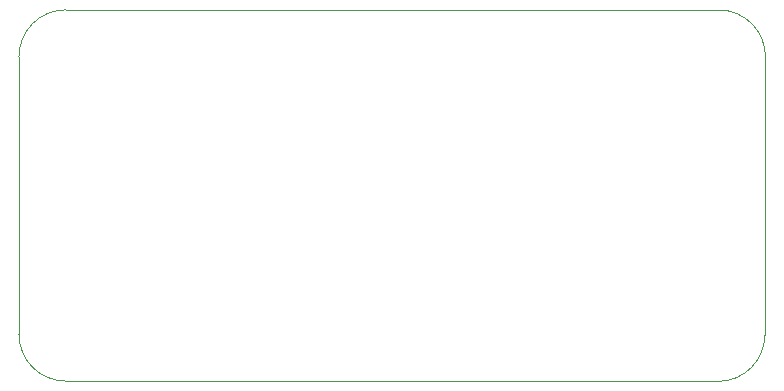
<source format=gbr>
%TF.GenerationSoftware,KiCad,Pcbnew,9.0.6-9.0.6~ubuntu22.04.1*%
%TF.CreationDate,2026-01-04T01:52:07+05:30*%
%TF.ProjectId,WLM_NODE1,574c4d5f-4e4f-4444-9531-2e6b69636164,rev?*%
%TF.SameCoordinates,Original*%
%TF.FileFunction,Profile,NP*%
%FSLAX46Y46*%
G04 Gerber Fmt 4.6, Leading zero omitted, Abs format (unit mm)*
G04 Created by KiCad (PCBNEW 9.0.6-9.0.6~ubuntu22.04.1) date 2026-01-04 01:52:07*
%MOMM*%
%LPD*%
G01*
G04 APERTURE LIST*
%TA.AperFunction,Profile*%
%ADD10C,0.050000*%
%TD*%
G04 APERTURE END LIST*
D10*
X113850006Y-84170000D02*
X113850000Y-60643100D01*
X117800006Y-88119999D02*
X173050000Y-88150000D01*
X177050000Y-60650000D02*
X177000000Y-84200000D01*
X117800000Y-56693074D02*
X173100000Y-56700000D01*
X173100000Y-56700000D02*
G75*
G02*
X177050000Y-60650000I0J-3950000D01*
G01*
X113850000Y-60643074D02*
G75*
G02*
X117800000Y-56693100I3950000J-26D01*
G01*
X177000000Y-84200000D02*
G75*
G02*
X173050000Y-88150000I-3950000J0D01*
G01*
X117800006Y-88120000D02*
G75*
G02*
X113850000Y-84170000I-6J3950000D01*
G01*
M02*

</source>
